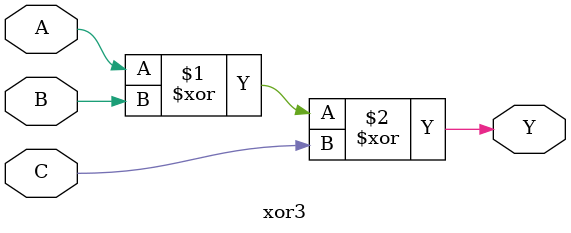
<source format=v>

module xor3 (Y, A, B, C);
    output Y;
    input A;
    input B;
    input C;

xor (Y, A, B, C);

endmodule

</source>
